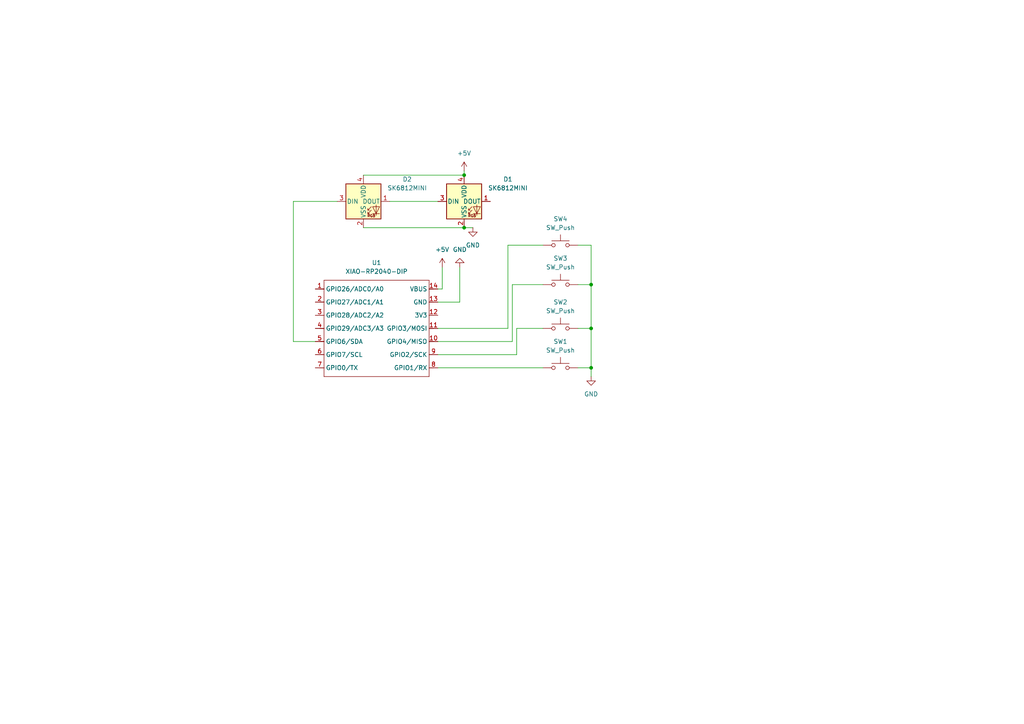
<source format=kicad_sch>
(kicad_sch (version 20250114) (generator "eeschema") (generator_version "9.0")
  (paper "A4")
  (lib_symbols
    (symbol "LED:SK6812MINI" (pin_names (offset 0.254))
      (property "Reference" "D" (at 5.08 5.715 0))
      (property "Value" "SK6812MINI" (at 1.27 -5.715 0))
      (symbol "SK6812MINI_0_0"
        (text "RGB" (at 2.286 -4.191 0) (effects (font (size 0.762 0.762))))
      )
      (symbol "SK6812MINI_0_1"
        (polyline (pts (xy 1.27 -2.54) (xy 1.778 -2.54)))
        (polyline (pts (xy 1.27 -3.556) (xy 1.778 -3.556)))
        (polyline (pts (xy 2.286 -1.524) (xy 1.27 -2.54) (xy 1.27 -2.032)))
        (polyline (pts (xy 2.286 -2.54) (xy 1.27 -3.556) (xy 1.27 -3.048)))
        (polyline (pts (xy 3.683 -1.016) (xy 3.683 -3.556) (xy 3.683 -4.064)))
        (polyline (pts (xy 4.699 -1.524) (xy 2.667 -1.524) (xy 3.683 -3.556) (xy 4.699 -1.524)))
        (polyline (pts (xy 4.699 -3.556) (xy 2.667 -3.556)))
        (rectangle (start 5.08 5.08) (end -5.08 -5.08) (stroke (width 0.254)) (fill (type background)))
      )
      (symbol "SK6812MINI_1_1"
        (pin input line (at -7.62 0 0) (length 2.54) (name "DIN") (number "3"))
        (pin power_in line (at 0 7.62 270) (length 2.54) (name "VDD") (number "4"))
        (pin power_in line (at 0 -7.62 90) (length 2.54) (name "VSS") (number "2"))
        (pin output line (at 7.62 0 180) (length 2.54) (name "DOUT") (number "1"))
      )
    )
    (symbol "OPL:XIAO-RP2040-DIP"
      (property "Reference" "U" (at 0 0 0))
      (property "Value" "XIAO-RP2040-DIP" (at 5.334 -1.778 0))
      (symbol "XIAO-RP2040-DIP_1_0"
        (polyline (pts (xy -1.27 -2.54) (xy 29.21 -2.54)) (stroke (width 0.1524)))
        (polyline (pts (xy -1.27 -5.08) (xy -2.54 -5.08)) (stroke (width 0.1524)))
        (polyline (pts (xy -1.27 -5.08) (xy -1.27 -2.54)) (stroke (width 0.1524)))
        (polyline (pts (xy -1.27 -8.89) (xy -2.54 -8.89)) (stroke (width 0.1524)))
        (polyline (pts (xy -1.27 -8.89) (xy -1.27 -5.08)) (stroke (width 0.1524)))
        (polyline (pts (xy -1.27 -12.7) (xy -2.54 -12.7)) (stroke (width 0.1524)))
        (polyline (pts (xy -1.27 -12.7) (xy -1.27 -8.89)) (stroke (width 0.1524)))
        (polyline (pts (xy -1.27 -16.51) (xy -2.54 -16.51)) (stroke (width 0.1524)))
        (polyline (pts (xy -1.27 -16.51) (xy -1.27 -12.7)) (stroke (width 0.1524)))
        (polyline (pts (xy -1.27 -20.32) (xy -2.54 -20.32)) (stroke (width 0.1524)))
        (polyline (pts (xy -1.27 -24.13) (xy -2.54 -24.13)) (stroke (width 0.1524)))
        (polyline (pts (xy -1.27 -27.94) (xy -2.54 -27.94)) (stroke (width 0.1524)))
        (polyline (pts (xy -1.27 -30.48) (xy -1.27 -16.51)) (stroke (width 0.1524)))
        (polyline (pts (xy 29.21 -2.54) (xy 29.21 -5.08)) (stroke (width 0.1524)))
        (polyline (pts (xy 29.21 -5.08) (xy 29.21 -8.89)) (stroke (width 0.1524)))
        (polyline (pts (xy 29.21 -8.89) (xy 29.21 -12.7)) (stroke (width 0.1524)))
        (polyline (pts (xy 29.21 -12.7) (xy 29.21 -30.48)) (stroke (width 0.1524)))
        (polyline (pts (xy 29.21 -30.48) (xy -1.27 -30.48)) (stroke (width 0.1524)))
        (polyline (pts (xy 30.48 -5.08) (xy 29.21 -5.08)) (stroke (width 0.1524)))
        (polyline (pts (xy 30.48 -8.89) (xy 29.21 -8.89)) (stroke (width 0.1524)))
        (polyline (pts (xy 30.48 -12.7) (xy 29.21 -12.7)) (stroke (width 0.1524)))
        (polyline (pts (xy 30.48 -16.51) (xy 29.21 -16.51)) (stroke (width 0.1524)))
        (polyline (pts (xy 30.48 -20.32) (xy 29.21 -20.32)) (stroke (width 0.1524)))
        (polyline (pts (xy 30.48 -24.13) (xy 29.21 -24.13)) (stroke (width 0.1524)))
        (polyline (pts (xy 30.48 -27.94) (xy 29.21 -27.94)) (stroke (width 0.1524)))
        (pin passive line (at -3.81 -5.08 0) (length 2.54) (name "GPIO26/ADC0/A0") (number "1"))
        (pin passive line (at -3.81 -8.89 0) (length 2.54) (name "GPIO27/ADC1/A1") (number "2"))
        (pin passive line (at -3.81 -12.7 0) (length 2.54) (name "GPIO28/ADC2/A2") (number "3"))
        (pin passive line (at -3.81 -16.51 0) (length 2.54) (name "GPIO29/ADC3/A3") (number "4"))
        (pin passive line (at -3.81 -20.32 0) (length 2.54) (name "GPIO6/SDA") (number "5"))
        (pin passive line (at -3.81 -24.13 0) (length 2.54) (name "GPIO7/SCL") (number "6"))
        (pin passive line (at -3.81 -27.94 0) (length 2.54) (name "GPIO0/TX") (number "7"))
        (pin passive line (at 31.75 -5.08 180) (length 2.54) (name "VBUS") (number "14"))
        (pin passive line (at 31.75 -8.89 180) (length 2.54) (name "GND") (number "13"))
        (pin passive line (at 31.75 -12.7 180) (length 2.54) (name "3V3") (number "12"))
        (pin passive line (at 31.75 -16.51 180) (length 2.54) (name "GPIO3/MOSI") (number "11"))
        (pin passive line (at 31.75 -20.32 180) (length 2.54) (name "GPIO4/MISO") (number "10"))
        (pin passive line (at 31.75 -24.13 180) (length 2.54) (name "GPIO2/SCK") (number "9"))
        (pin passive line (at 31.75 -27.94 180) (length 2.54) (name "GPIO1/RX") (number "8"))
      )
    )
    (symbol "Switch:SW_Push" (pin_numbers (hide yes)) (pin_names (offset 1.016) (hide yes))
      (property "Reference" "SW" (at 1.27 2.54 0))
      (property "Value" "SW_Push" (at 0 -1.524 0))
      (symbol "SW_Push_0_1"
        (circle (center -2.032 0) (radius 0.508))
        (polyline (pts (xy 0 1.27) (xy 0 3.048)))
        (circle (center 2.032 0) (radius 0.508))
        (polyline (pts (xy 2.54 1.27) (xy -2.54 1.27)))
        (pin passive line (at -5.08 0 0) (length 2.54) (name "1") (number "1"))
        (pin passive line (at 5.08 0 180) (length 2.54) (name "2") (number "2"))
      )
    )
    (symbol "power:+5V" (power) (pin_numbers (hide yes)) (pin_names (offset 0) (hide yes))
      (property "Value" "+5V" (at 0 3.556 0))
      (symbol "+5V_0_1"
        (polyline (pts (xy -0.762 1.27) (xy 0 2.54)))
        (polyline (pts (xy 0 2.54) (xy 0.762 1.27)))
        (polyline (pts (xy 0 0) (xy 0 2.54)))
      )
      (symbol "+5V_1_1"
        (pin power_in line (at 0 0 90) (length 0) (name "~") (number "1"))
      )
    )
    (symbol "power:GND" (power) (pin_numbers (hide yes)) (pin_names (offset 0) (hide yes))
      (property "Value" "GND" (at 0 -3.81 0))
      (symbol "GND_0_1"
        (polyline (pts (xy 0 0) (xy 0 -1.27) (xy 1.27 -1.27) (xy 0 -2.54) (xy -1.27 -1.27) (xy 0 -1.27)))
      )
      (symbol "GND_1_1"
        (pin power_in line (at 0 0 270) (length 0) (name "~") (number "1"))
      )
    )
  )
  (junction (at 171.45 95.25))
  (junction (at 171.45 106.68))
  (junction (at 171.45 82.55))
  (junction (at 134.62 50.8))
  (junction (at 134.62 66.04))
  (wire (pts (xy 85.09 99.06) (xy 85.09 58.42)))
  (wire (pts (xy 171.45 82.55) (xy 171.45 95.25)))
  (wire (pts (xy 113.03 58.42) (xy 127 58.42)))
  (wire (pts (xy 148.59 99.06) (xy 148.59 82.55)))
  (wire (pts (xy 147.32 71.12) (xy 157.48 71.12)))
  (wire (pts (xy 127 95.25) (xy 147.32 95.25)))
  (wire (pts (xy 128.27 77.47) (xy 128.27 83.82)))
  (wire (pts (xy 128.27 83.82) (xy 127 83.82)))
  (wire (pts (xy 105.41 50.8) (xy 134.62 50.8)))
  (wire (pts (xy 148.59 82.55) (xy 157.48 82.55)))
  (wire (pts (xy 171.45 95.25) (xy 171.45 106.68)))
  (wire (pts (xy 133.35 77.47) (xy 133.35 87.63)))
  (wire (pts (xy 127 106.68) (xy 157.48 106.68)))
  (wire (pts (xy 105.41 66.04) (xy 134.62 66.04)))
  (wire (pts (xy 134.62 66.04) (xy 137.16 66.04)))
  (wire (pts (xy 167.64 106.68) (xy 171.45 106.68)))
  (wire (pts (xy 127 102.87) (xy 149.86 102.87)))
  (wire (pts (xy 91.44 99.06) (xy 85.09 99.06)))
  (wire (pts (xy 133.35 87.63) (xy 127 87.63)))
  (wire (pts (xy 167.64 71.12) (xy 171.45 71.12)))
  (wire (pts (xy 147.32 95.25) (xy 147.32 71.12)))
  (wire (pts (xy 167.64 82.55) (xy 171.45 82.55)))
  (wire (pts (xy 171.45 106.68) (xy 171.45 109.22)))
  (wire (pts (xy 127 99.06) (xy 148.59 99.06)))
  (wire (pts (xy 167.64 95.25) (xy 171.45 95.25)))
  (wire (pts (xy 134.62 49.53) (xy 134.62 50.8)))
  (wire (pts (xy 149.86 95.25) (xy 157.48 95.25)))
  (wire (pts (xy 171.45 71.12) (xy 171.45 82.55)))
  (wire (pts (xy 85.09 58.42) (xy 97.79 58.42)))
  (wire (pts (xy 149.86 102.87) (xy 149.86 95.25)))
  (symbol (lib_id "power:GND") (at 137.16 66.04 0) (unit 1)
    (property "Reference" "#PWR03" (effects (hide yes)))
    (property "Value" "GND" (at 137.16 71.12 0))
    (property "Description" "Power symbol creates a global label with name \"GND\" , ground" (effects (hide yes)))
  )
  (symbol (lib_id "OPL:XIAO-RP2040-DIP") (at 95.25 78.74 0) (unit 1)
    (property "Reference" "U1" (at 109.22 76.2 0))
    (property "Value" "XIAO-RP2040-DIP" (at 109.22 78.74 0))
    (property "Footprint" "OPL:XIAO-RP2040-DIP" (effects (hide yes)))
  )
  (symbol (lib_id "LED:SK6812MINI") (at 105.41 58.42 0) (unit 1)
    (property "Reference" "D2" (at 118.11 51.9998 0))
    (property "Value" "SK6812MINI" (at 118.11 54.5398 0))
    (property "Footprint" "LED_SMD:LED_SK6812MINI_PLCC4_3.5x3.5mm_P1.75mm" (effects (hide yes)))
    (property "Datasheet" "https://cdn-shop.adafruit.com/product-files/2686/SK6812MINI_REV.01-1-2.pdf" (effects (hide yes)))
    (property "Description" "RGB LED with integrated controller" (effects (hide yes)))
  )
  (symbol (lib_id "Switch:SW_Push") (at 162.56 95.25 0) (mirror y) (unit 1)
    (property "Reference" "SW2" (at 162.56 87.63 0))
    (property "Value" "SW_Push" (at 162.56 90.17 0))
    (property "Footprint" "Button_Switch_Keyboard:SW_Cherry_MX_1.00u_PCB" (effects (hide yes)))
    (property "Description" "Push button switch, generic, two pins" (effects (hide yes)))
  )
  (symbol (lib_id "power:+5V") (at 134.62 49.53 0) (unit 1)
    (property "Reference" "#PWR05" (effects (hide yes)))
    (property "Value" "+5V" (at 134.62 44.45 0))
    (property "Description" "Power symbol creates a global label with name \"+5V\"" (effects (hide yes)))
  )
  (symbol (lib_id "power:+5V") (at 128.27 77.47 0) (unit 1)
    (property "Reference" "#PWR01" (effects (hide yes)))
    (property "Value" "+5V" (at 128.27 72.39 0))
    (property "Description" "Power symbol creates a global label with name \"+5V\"" (effects (hide yes)))
  )
  (symbol (lib_id "power:GND") (at 171.45 109.22 0) (unit 1)
    (property "Reference" "#PWR04" (effects (hide yes)))
    (property "Value" "GND" (at 171.45 114.3 0))
    (property "Description" "Power symbol creates a global label with name \"GND\" , ground" (effects (hide yes)))
  )
  (symbol (lib_id "power:GND") (at 133.35 77.47 180) (unit 1)
    (property "Reference" "#PWR02" (effects (hide yes)))
    (property "Value" "GND" (at 133.35 72.39 0))
    (property "Description" "Power symbol creates a global label with name \"GND\" , ground" (effects (hide yes)))
  )
  (symbol (lib_id "Switch:SW_Push") (at 162.56 71.12 0) (mirror y) (unit 1)
    (property "Reference" "SW4" (at 162.56 63.5 0))
    (property "Value" "SW_Push" (at 162.56 66.04 0))
    (property "Footprint" "Button_Switch_Keyboard:SW_Cherry_MX_1.00u_PCB" (effects (hide yes)))
    (property "Description" "Push button switch, generic, two pins" (effects (hide yes)))
  )
  (symbol (lib_id "LED:SK6812MINI") (at 134.62 58.42 0) (unit 1)
    (property "Reference" "D1" (at 147.32 51.9998 0))
    (property "Value" "SK6812MINI" (at 147.32 54.5398 0))
    (property "Footprint" "LED_SMD:LED_SK6812MINI_PLCC4_3.5x3.5mm_P1.75mm" (effects (hide yes)))
    (property "Datasheet" "https://cdn-shop.adafruit.com/product-files/2686/SK6812MINI_REV.01-1-2.pdf" (effects (hide yes)))
    (property "Description" "RGB LED with integrated controller" (effects (hide yes)))
  )
  (symbol (lib_id "Switch:SW_Push") (at 162.56 82.55 0) (mirror y) (unit 1)
    (property "Reference" "SW3" (at 162.56 74.93 0))
    (property "Value" "SW_Push" (at 162.56 77.47 0))
    (property "Footprint" "Button_Switch_Keyboard:SW_Cherry_MX_1.00u_PCB" (effects (hide yes)))
    (property "Description" "Push button switch, generic, two pins" (effects (hide yes)))
  )
  (symbol (lib_id "Switch:SW_Push") (at 162.56 106.68 0) (mirror y) (unit 1)
    (property "Reference" "SW1" (at 162.56 99.06 0))
    (property "Value" "SW_Push" (at 162.56 101.6 0))
    (property "Footprint" "Button_Switch_Keyboard:SW_Cherry_MX_1.00u_PCB" (effects (hide yes)))
    (property "Description" "Push button switch, generic, two pins" (effects (hide yes)))
  )
)
</source>
